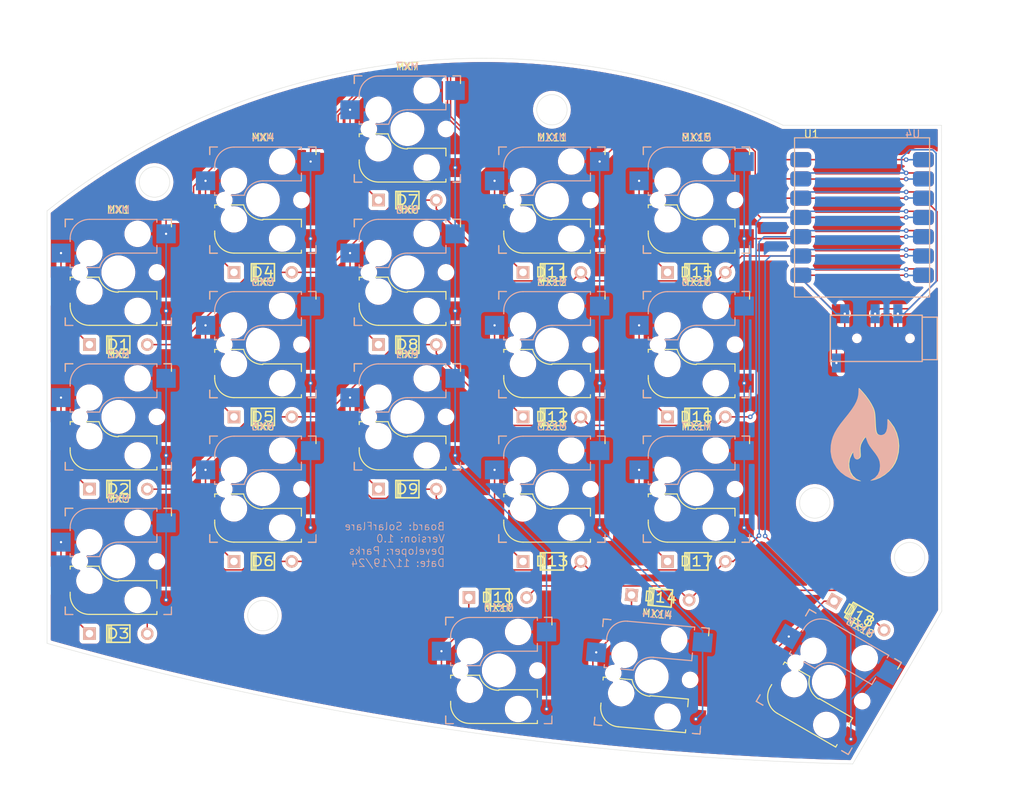
<source format=kicad_pcb>
(kicad_pcb (version 20240108) (generator "pcbnew") (generator_version "8.0")
  (layers (0 "F.Cu" signal) (31 "B.Cu" signal) (34 "B.Paste" user) (35 "F.Paste" user) (36 "B.SilkS" user "B.Silkscreen") (37 "F.SilkS" user "F.Silkscreen") (38 "B.Mask" user) (39 "F.Mask" user) (44 "Edge.Cuts" user))
  (net 0 "")
  (net 1 "Net-(D1-A)")
  (net 2 "/row1")
  (net 3 "Net-(D2-A)")
  (net 4 "/row0")
  (net 5 "/row2")
  (net 6 "Net-(D3-A)")
  (net 7 "Net-(D4-A)")
  (net 8 "Net-(D5-A)")
  (net 9 "Net-(D6-A)")
  (net 10 "Net-(D7-A)")
  (net 11 "Net-(D8-A)")
  (net 12 "Net-(D9-A)")
  (net 13 "Net-(D10-A)")
  (net 14 "/row3")
  (net 15 "Net-(D11-A)")
  (net 16 "Net-(D12-A)")
  (net 17 "Net-(D13-A)")
  (net 18 "Net-(D14-A)")
  (net 19 "Net-(D15-A)")
  (net 20 "Net-(D16-A)")
  (net 21 "Net-(D17-A)")
  (net 22 "Net-(D18-A)")
  (net 23 "/col4")
  (net 24 "/col3")
  (net 25 "/col2")
  (net 26 "/col1")
  (net 27 "/col0")
  (net 28 "/rx")
  (net 29 "GND")
  (net 30 "/tx")
  (net 31 "unconnected-(U1-5V-Pad14)")
  (net 32 "+3.3V")
  (footprint "Keebio-Parts:Diode" (layer "F.Cu") (at 38.1 104.775 180)
    (property "Reference" "D3")
    (property "Value" "D_Small" (hide yes))
  )
  (footprint "keyswitches:Kailh_socket_MX_reversible" (layer "F.Cu") (at 38.1 95.25)
    (property "Reference" "MX3")
    (property "Value" "MX-NoLED")
  )
  (footprint "Keebio-Parts:Diode" (layer "F.Cu") (at 57.15 57.15 180)
    (property "Reference" "D4")
    (property "Value" "D_Small" (hide yes))
  )
  (footprint "keyswitches:Kailh_socket_MX_reversible" (layer "F.Cu") (at 76.2 38.25875)
    (property "Reference" "MX7")
    (property "Value" "MX-NoLED")
  )
  (footprint "keyswitches:Kailh_socket_MX_reversible" (layer "F.Cu") (at 131.75 111.135 -30)
    (property "Reference" "MX18")
    (property "Value" "MX-NoLED")
  )
  (footprint "keyswitches:Kailh_socket_MX_reversible" (layer "F.Cu") (at 95.25 85.725)
    (property "Reference" "MX13")
    (property "Value" "MX-NoLED")
  )
  (footprint "keyswitches:Kailh_socket_MX_reversible" (layer "F.Cu") (at 76.2 76.2)
    (property "Reference" "MX9")
    (property "Value" "MX-NoLED")
  )
  (footprint "keyswitches:Kailh_socket_MX_reversible" (layer "F.Cu") (at 38.1 76.2)
    (property "Reference" "MX2")
    (property "Value" "MX-NoLED")
  )
  (footprint "keyswitches:Kailh_socket_MX_reversible" (layer "F.Cu") (at 76.2 57.15)
    (property "Reference" "MX8")
    (property "Value" "MX-NoLED")
  )
  (footprint "Keebio-Parts:Diode" (layer "F.Cu") (at 95.25 57.15 180)
    (property "Reference" "D11")
    (property "Value" "D_Small" (hide yes))
  )
  (footprint "keyswitches:Kailh_socket_MX_reversible" (layer "F.Cu") (at 114.3 85.725)
    (property "Reference" "MX17")
    (property "Value" "MX-NoLED")
  )
  (footprint "keyswitches:Kailh_socket_MX_reversible" (layer "F.Cu") (at 114.3 66.675)
    (property "Reference" "MX16")
    (property "Value" "MX-NoLED")
  )
  (footprint "keyswitches:Kailh_socket_MX_reversible" (layer "F.Cu") (at 57.15 66.675)
    (property "Reference" "MX5")
    (property "Value" "MX-NoLED")
  )
  (footprint "Keebio-Parts:Diode" (layer "F.Cu") (at 38.1 66.675 180)
    (property "Reference" "D1")
    (property "Value" "D_Small" (hide yes))
  )
  (footprint "Keebio-Parts:Diode" (layer "F.Cu") (at 114.3 57.15 180)
    (property "Reference" "D15")
    (property "Value" "D_Small" (hide yes))
  )
  (footprint "keyswitches:Kailh_socket_MX_reversible" (layer "F.Cu") (at 88.25 109.625)
    (property "Reference" "MX10")
    (property "Value" "MX-NoLED")
  )
  (footprint "keyswitches:Kailh_socket_MX_reversible" (layer "F.Cu") (at 114.3 47.625)
    (property "Reference" "MX15")
    (property "Value" "MX-NoLED")
  )
  (footprint "Keebio-Parts:Diode" (layer "F.Cu") (at 76.2 47.625 180)
    (property "Reference" "D7")
    (property "Value" "D_Small" (hide yes))
  )
  (footprint "images:flame" (layer "F.Cu") (at 136.5 78.6)
    (property "Reference" "G***" (hide yes))
    (property "Value" "LOGO" (hide yes))
  )
  (footprint "XIAO_PCB:MOUDLE14P-SMD-2.54-21X17.8MM" (layer "F.Cu") (at 127.215 60.41125)
    (property "Reference" "U1")
    (property "Value" "MOUDLE-SEEEDUINO-XIAO")
  )
  (footprint "Keebio-Parts:Diode" (layer "F.Cu") (at 95.25 76.2 180)
    (property "Reference" "D12")
    (property "Value" "D_Small" (hide yes))
  )
  (footprint "keyswitches:Kailh_socket_MX_reversible" (layer "F.Cu") (at 95.25 47.625)
    (property "Reference" "MX11")
    (property "Value" "MX-NoLED")
  )
  (footprint "Keebio-Parts:Diode" (layer "F.Cu") (at 95.25 95.25 180)
    (property "Reference" "D13")
    (property "Value" "D_Small" (hide yes))
  )
  (footprint "Keebio-Parts:TRRS-PJ-320D" (layer "F.Cu") (at 144.05 65.85 -90)
    (property "Reference" "U3")
    (property "Value" "TRRS")
  )
  (footprint "Keebio-Parts:Diode" (layer "F.Cu") (at 109.5375 100.0125 175)
    (property "Reference" "D14")
    (property "Value" "D_Small" (hide yes))
  )
  (footprint "keyswitches:Kailh_socket_MX_reversible" (layer "F.Cu") (at 38.1 57.15)
    (property "Reference" "MX1")
    (property "Value" "MX-NoLED")
  )
  (footprint "keyswitches:Kailh_socket_MX_reversible" (layer "F.Cu") (at 57.15 47.625)
    (property "Reference" "MX4")
    (property "Value" "MX-NoLED")
  )
  (footprint "Keebio-Parts:Diode" (layer "F.Cu") (at 57.15 95.25 180)
    (property "Reference" "D6")
    (property "Value" "D_Small" (hide yes))
  )
  (footprint "keyswitches:Kailh_socket_MX_reversible" (layer "F.Cu") (at 108.4 110.425 -5)
    (property "Reference" "MX14")
    (property "Value" "MX-NoLED")
  )
  (footprint "Keebio-Parts:Diode" (layer "F.Cu") (at 38.1 85.725 180)
    (property "Reference" "D2")
    (property "Value" "D_Small" (hide yes))
  )
  (footprint "keyswitches:Kailh_socket_MX_reversible" (layer "F.Cu") (at 57.15 85.725)
    (property "Reference" "MX6")
    (property "Value" "MX-NoLED")
  )
  (footprint "Keebio-Parts:Diode" (layer "F.Cu") (at 135.73125 102.39375 150)
    (property "Reference" "D18")
    (property "Value" "D_Small" (hide yes))
  )
  (footprint "Keebio-Parts:Diode" (layer "F.Cu") (at 88.10625 100.0125 180)
    (property "Reference" "D10")
    (property "Value" "D_Small" (hide yes))
  )
  (footprint "keyswitches:Kailh_socket_MX_reversible" (layer "F.Cu") (at 95.25 66.675)
    (property "Reference" "MX12")
    (property "Value" "MX-NoLED")
  )
  (footprint "Keebio-Parts:Diode" (layer "F.Cu") (at 76.2 85.725 180)
    (property "Reference" "D9")
    (property "Value" "D_Small" (hide yes))
  )
  (footprint "Keebio-Parts:Diode" (layer "F.Cu") (at 114.3 76.2 180)
    (property "Reference" "D16")
    (property "Value" "D_Small" (hide yes))
  )
  (footprint "Keebio-Parts:Diode" (layer "F.Cu") (at 76.2 66.675 180)
    (property "Reference" "D8")
    (property "Value" "D_Small" (hide yes))
  )
  (footprint "Keebio-Parts:Diode" (layer "F.Cu") (at 57.15 76.2 180)
    (property "Reference" "D5")
    (property "Value" "D_Small" (hide yes))
  )
  (footprint "Keebio-Parts:Diode" (layer "F.Cu") (at 114.3 95.25 180)
    (property "Reference" "D17")
    (property "Value" "D_Small" (hide yes))
  )
  (footprint "Keebio-Parts:TRRS-PJ-320D" (layer "B.Cu") (at 144.05 65.85 90)
    (property "Reference" "U2")
    (property "Value" "TRRS")
  )
  (footprint "XIAO_PCB:MOUDLE14P-SMD-2.54-21X17.8MM" (layer "B.Cu") (at 145.05 60.41125 180)
    (property "Reference" "U4")
    (property "Value" "MOUDLE-SEEEDUINO-XIAO")
  )
  (footprint "images:flameFlipped" (layer "B.Cu") (at 136.5 78.6 180)
    (property "Reference" "G***" (hide yes))
    (property "Value" "LOGO" (hide yes))
  )
  (gr_arc (start 134.9 121.95) (mid 81.302161 117.325182) (end 28.7 106.05) (stroke (width 0.05)) (layer "Edge.Cuts"))
  (gr_line (start 146.65 101.8) (end 134.9 121.95) (stroke (width 0.05)) (layer "Edge.Cuts"))
  (gr_circle (center 142.4 94.75) (end 144.4 94.75) (stroke (width 0.05)) (fill none) (layer "Edge.Cuts"))
  (gr_line (start 125.7 37.75) (end 146.6 37.75) (stroke (width 0.05)) (layer "Edge.Cuts"))
  (gr_line (start 28.7 106.05) (end 28.7 49.05) (stroke (width 0.05)) (layer "Edge.Cuts"))
  (gr_arc (start 28.7 49.05) (mid 75.586724 29.551547) (end 125.7 37.75) (stroke (width 0.05)) (layer "Edge.Cuts"))
  (gr_circle (center 129.9 87.55) (end 131.9 87.55) (stroke (width 0.05)) (fill none) (layer "Edge.Cuts"))
  (gr_circle (center 95.25 35.71875) (end 97.25 35.71875) (stroke (width 0.05)) (fill none) (layer "Edge.Cuts"))
  (gr_line (start 146.6 37.75) (end 146.65 101.8) (stroke (width 0.05)) (layer "Edge.Cuts"))
  (gr_circle (center 42.8625 45.24375) (end 44.8625 45.24375) (stroke (width 0.05)) (fill none) (layer "Edge.Cuts"))
  (gr_circle (center 57.15 102.39375) (end 59.15 102.39375) (stroke (width 0.05)) (fill none) (layer "Edge.Cuts"))
  (gr_text "Board: SolarFlare\nVersion: 1.0\nDeveloper: Parks\nDate: 11/19/24" (at 81.2 96.05 0) (layer "B.SilkS") (effects (font (size 1 1) (thickness 0.1)) (justify left bottom mirror)))
  (segment (start 30.54 59.69) (end 30.54 54.61) (width 0.2) (layer "F.Cu") (net 1))
  (segment (start 30.54 62.925) (end 34.29 66.675) (width 0.2) (layer "F.Cu") (net 1))
  (segment (start 30.54 59.69) (end 30.54 62.925) (width 0.2) (layer "F.Cu") (net 1))
  (via (at 30.54 54.61) (size 0.6) (drill 0.3) (layers "F.Cu" "B.Cu") (net 1))
  (segment (start 89.493067 77.3255) (end 97.9345 77.3255) (width 0.2) (layer "F.Cu") (net 2))
  (segment (start 80.01 67.842433) (end 89.493067 77.3255) (width 0.2) (layer "F.Cu") (net 2))
  (segment (start 143.81375 49.91125) (end 143.002497 49.099997) (width 0.2) (layer "F.Cu") (net 2))
  (segment (start 143.002497 49.099997) (end 141.93875 49.099997) (width 0.2) (layer "F.Cu") (net 2))
  (segment (start 97.9345 77.3255) (end 99.06 76.2) (width 0.2) (layer "F.Cu") (net 2))
  (segment (start 74.641 66.675) (end 80.01 66.675) (width 0.2) (layer "F.Cu") (net 2))
  (segment (start 99.06 76.2) (end 100.1855 77.3255) (width 0.2) (layer "F.Cu") (net 2))
  (segment (start 65.116 76.2) (end 74.641 66.675) (width 0.2) (layer "F.Cu") (net 2))
  (segment (start 41.91 85.725) (end 46.0405 85.725) (width 0.2) (layer "F.Cu") (net 2))
  (segment (start 116.9845 77.3255) (end 118.11 76.2) (width 0.2) (layer "F.Cu") (net 2))
  (segment (start 46.0405 85.725) (end 55.5655 76.2) (width 0.2) (layer "F.Cu") (net 2))
  (segment (start 121.4 76.2) (end 118.11 76.2) (width 0.2) (layer "F.Cu") (net 2))
  (segment (start 100.1855 77.3255) (end 116.9845 77.3255) (width 0.2) (layer "F.Cu") (net 2))
  (segment (start 60.96 76.2) (end 65.116 76.2) (width 0.2) (layer "F.Cu") (net 2))
  (segment (start 55.5655 76.2) (end 60.96 76.2) (width 0.2) (layer "F.Cu") (net 2))
  (segment (start 80.01 66.675) (end 80.01 67.842433) (width 0.2) (layer "F.Cu") (net 2))
  (via (at 141.93875 49.099997) (size 0.6) (drill 0.3) (layers "F.Cu" "B.Cu") (net 2))
  (via (at 121.4 76.2) (size 0.6) (drill 0.3) (layers "F.Cu" "B.Cu") (net 2))
  (segment (start 141.93875 49.099997) (end 128.460003 49.099997) (width 0.2) (layer "B.Cu") (net 2))
  (segment (start 127.64875 49.91125) (end 122.88875 49.91125) (width 0.2) (layer "B.Cu") (net 2))
  (segment (start 122.165 50.665) (end 122.165 75.435) (width 0.2) (layer "B.Cu") (net 2))
  (segment (start 128.460003 49.099997) (end 127.64875 49.91125) (width 0.2) (layer "B.Cu") (net 2))
  (segment (start 122.15 50.65) (end 122.165 50.665) (width 0.2) (layer "B.Cu") (net 2))
  (segment (start 122.165 75.435) (end 121.4 76.2) (width 0.2) (layer "B.Cu") (net 2))
  (segment (start 122.88875 49.91125) (end 122.15 50.65) (width 0.2) (layer "B.Cu") (net 2))
  (segment (start 30.54 78.74) (end 30.54 73.66) (width 0.2) (layer "F.Cu") (net 3))
  (segment (start 30.54 81.975) (end 34.29 85.725) (width 0.2) (layer "F.Cu") (net 3))
  (segment (start 30.54 78.74) (end 30.54 81.975) (width 0.2) (layer "F.Cu") (net 3))
  (via (at 30.54 73.66) (size 0.6) (drill 0.3) (layers "F.Cu" "B.Cu") (net 3))
  (segment (start 65.251471 57.15) (end 74.776471 47.625) (width 0.2) (layer "F.Cu") (net 4))
  (segment (start 80.01 48.792433) (end 89.493067 58.2755) (width 0.2) (layer "F.Cu") (net 4))
  (segment (start 127.64875 54.99125) (end 120.26875 54.99125) (width 0.2) (layer "F.Cu") (net 4))
  (segment (start 99.06 57.15) (end 100.1855 58.2755) (width 0.2) (layer "F.Cu") (net 4))
  (segment (start 74.776471 47.625) (end 80.01 47.625) (width 0.2) (layer "F.Cu") (net 4))
  (segment (start 55.591 57.15) (end 60.96 57.15) (width 0.2) (layer "F.Cu") (net 4))
  (segment (start 46.066 66.675) (end 55.591 57.15) (width 0.2) (layer "F.Cu") (net 4))
  (segment (start 100.1855 58.2755) (end 116.9845 58.2755) (width 0.2) (layer "F.Cu") (net 4))
  (segment (start 97.9345 58.2755) (end 99.06 57.15) (width 0.2) (layer "F.Cu") (net 4))
  (segment (start 116.9845 58.2755) (end 118.11 57.15) (width 0.2) (layer "F.Cu") (net 4))
  (segment (start 141.8975 54.99125) (end 141.93875 54.95) (width 0.2) (layer "F.Cu") (net 4))
  (segment (start 89.493067 58.2755) (end 97.9345 58.2755) (width 0.2) (layer "F.Cu") (net 4))
  (segment (start 60.96 57.15) (end 65.251471 57.15) (width 0.2) (layer "F.Cu") (net 4))
  (segment (start 120.26875 54.99125) (end 118.11 57.15) (width 0.2) (layer "F.Cu") (net 4))
  (segment (start 80.01 47.625) (end 80.01 48.792433) (width 0.2) (layer "F.Cu") (net 4))
  (segment (start 127.64875 54.99125) (end 141.8975 54.99125) (width 0.2) (layer "F.Cu") (net 4))
  (segment (start 41.91 66.675) (end 46.066 66.675) (width 0.2) (layer "F.Cu") (net 4))
  (via (at 141.93875 54.95) (size 0.6) (drill 0.3) (layers "F.Cu" "B.Cu") (net 4))
  (segment (start 141.93875 54.95) (end 143.7725 54.95) (width 0.2) (layer "B.Cu") (net 4))
  (segment (start 143.7725 54.95) (end 143.81375 54.99125) (width 0.2) (layer "B.Cu") (net 4))
  (segment (start 143.81375 52.45125) (end 143.012639 51.650139) (width 0.2) (layer "F.Cu") (net 5))
  (segment (start 52.1755 96.3755) (end 51 95.2) (width 0.2) (layer "F.Cu") (net 5))
  (segment (start 119.15 95.25) (end 118.11 95.25) (width 0.2) (layer "F.Cu") (net 5))
  (segment (start 45.965 95.265) (end 45.965 101.88) (width 0.2) (layer "F.Cu") (net 5))
  (segment (start 65.1 92.55) (end 65.1 85.7) (width 0.2) (layer "F.Cu") (net 5))
  (segment (start 71.5 86.95) (end 73.416 86.95) (width 0.2) (layer "F.Cu") (net 5))
  (segment (start 51 95.2) (end 45.9 95.2) (width 0.2) (layer "F.Cu") (net 5))
  (segment (start 60.96 95.25) (end 65.116 95.25) (width 0.2) (layer "F.Cu") (net 5))
  (segment (start 70.25 85.7) (end 71.5 86.95) (width 0.2) (layer "F.Cu") (net 5))
  (segment (start 54.4655 96.3755) (end 52.1755 96.3755) (width 0.2) (layer "F.Cu") (net 5))
  (segment (start 45.965 101.88) (end 45.345 102.5) (width 0.2) (layer "F.Cu") (net 5))
  (segment (start 97.9345 96.3755) (end 99.06 95.25) (width 0.2) (layer "F.Cu") (net 5))
  (segment (start 74.641 85.725) (end 80.01 85.725) (width 0.2) (layer "F.Cu") (net 5))
  (segment (start 41.95 102.5) (end 41.91 102.54) (width 0.2) (layer "F.Cu") (net 5))
  (segment (start 100.1855 96.3755) (end 116.9845 96.3755) (width 0.2) (layer "F.Cu") (net 5))
  (segment (start 65.116 95.25) (end 65.116 92.566) (width 0.2) (layer "F.Cu") (net 5))
  (segment (start 45.9 95.2) (end 45.965 95.265) (width 0.2) (layer "F.Cu") (net 5))
  (segment (start 122.55 91.85) (end 119.15 95.25) (width 0.2) (layer "F.Cu") (net 5))
  (segment (start 80.01 86.892433) (end 89.493067 96.3755) (width 0.2) (layer "F.Cu") (net 5))
  (segment (start 45.345 102.5) (end 41.95 102.5) (width 0.2) (layer "F.Cu") (net 5))
  (segment (start 55.591 95.25) (end 54.4655 96.3755) (width 0.2) (layer "F.Cu") (net 5))
  (segment (start 65.1 85.7) (end 70.25 85.7) (width 0.2) (layer "F.Cu") (net 5))
  (segment (start 116.9845 96.3755) (end 118.11 95.25) (width 0.2) (layer "F.Cu") (net 5))
  (segment (start 65.116 92.566) (end 65.1 92.55) (width 0.2) (layer "F.Cu") (net 5))
  (segment (start 73.416 86.95) (end 74.641 85.725) (width 0.2) (layer "F.Cu") (net 5))
  (segment (start 89.493067 96.3755) (end 97.9345 96.3755) (width 0.2) (layer "F.Cu") (net 5))
  (segment (start 80.01 85.725) (end 80.01 86.892433) (width 0.2) (layer "F.Cu") (net 5))
  (segment (start 60.96 95.25) (end 55.591 95.25) (width 0.2) (layer "F.Cu") (net 5))
  (segment (start 143.012639 51.650139) (end 141.953748 51.650139) (width 0.2) (layer "F.Cu") (net 5))
  (segment (start 99.06 95.25) (end 100.1855 96.3755) (width 0.2) (layer "F.Cu") (net 5))
  (segment (start 41.91 102.54) (end 41.91 104.775) (width 0.2) (layer "F.Cu") (net 5))
  (via (at 122.55 91.85) (size 0.6) (drill 0.3) (layers "F.Cu" "B.Cu") (net 5))
  (via (at 141.953748 51.650139) (size 0.6) (drill 0.3) (layers "F.Cu" "B.Cu") (net 5))
  (segment (start 122.565 91.835) (end 122.55 91.85) (width 0.2) (layer "B.Cu") (net 5))
  (segment (start 141.953748 51.650139) (end 128.449861 51.650139) (width 0.2) (layer "B.Cu") (net 5))
  (segment (start 127.64875 52.45125) (end 123.21375 52.45125) (width 0.2) (layer "B.Cu") (net 5))
  (segment (start 128.449861 51.650139) (end 127.64875 52.45125) (width 0.2) (layer "B.Cu") (net 5))
  (segment (start 123.21375 52.45125) (end 122.565 53.1) (width 0.2) (layer "B.Cu") (net 5))
  (segment (start 122.565 53.1) (end 122.565 91.835) (width 0.2) (layer "B.Cu") (net 5))
  (segment (start 30.54 101.025) (end 34.29 104.775) (width 0.2) (layer "F.Cu") (net 6))
  (segment (start 30.54 97.79) (end 30.54 92.71) (width 0.2) (layer "F.Cu") (net 6))
  (segment (start 30.54 97.79) (end 30.54 101.025) (width 0.2) (layer "F.Cu") (net 6))
  (via (at 30.54 92.71) (size 0.6) (drill 0.3) (layers "F.Cu" "B.Cu") (net 6))
  (segment (start 49.59 50.165) (end 49.59 45.085) (width 0.2) (layer "F.Cu") (net 7))
  (segment (start 49.59 50.165) (end 49.59 53.4) (width 0.2) (layer "F.Cu") (net 7))
  (segment (start 49.59 53.4) (end 53.34 57.15) (width 0.2) (layer "F.Cu") (net 7))
  (via (at 49.59 45.085) (size 0.6) (drill 0.3) (layers "F.Cu" "B.Cu") (net 7))
  (segment (start 49.59 72.45) (end 53.34 76.2) (width 0.2) (layer "F.Cu") (net 8))
  (segment (start 49.59 69.215) (end 49.59 64.135) (width 0.2) (layer "F.Cu") (net 8))
  (segment (start 49.59 69.215) (end 49.59 72.45) (width 0.2) (layer "F.Cu") (net 8))
  (via (at 49.59 64.135) (size 0.6) (drill 0.3) (layers "F.Cu" "B.Cu") (net 8))
  (segment (start 49.59 88.265) (end 49.59 91.5) (width 0.2) (layer "F.Cu") (net 9))
  (segment (start 49.59 88.265) (end 49.59 83.185) (width 0.2) (layer "F.Cu") (net 9))
  (segment (start 49.59 91.5) (end 53.34 95.25) (width 0.2) (layer "F.Cu") (net 9))
  (via (at 49.59 83.185) (size 0.6) (drill 0.3) (layers "F.Cu" "B.Cu") (net 9))
  (segment (start 68.64 40.79875) (end 68.64 43.875) (width 0.2) (layer "F.Cu") (net 10))
  (segment (start 68.64 43.875) (end 72.39 47.625) (width 0.2) (layer "F.Cu") (net 10))
  (segment (start 68.64 40.79875) (end 68.64 35.71875) (width 0.2) (layer "F.Cu") (net 10))
  (via (at 68.64 35.71875) (size 0.6) (drill 0.3) (layers "F.Cu" "B.Cu") (net 10))
  (segment (start 68.64 59.69) (end 68.64 54.61) (width 0.2) (layer "F.Cu") (net 11))
  (segment (start 68.64 59.69) (end 68.64 62.925) (width 0.2) (layer "F.Cu") (net 11))
  (segment (start 68.64 62.925) (end 72.39 66.675) (width 0.2) (layer "F.Cu") (net 11))
  (via (at 68.64 54.61) (size 0.6) (drill 0.3) (layers "F.Cu" "B.Cu") (net 11))
  (segment (start 68.64 78.74) (end 68.64 73.66) (width 0.2) (layer "F.Cu") (net 12))
  (segment (start 68.64 78.74) (end 68.64 81.975) (width 0.2) (layer "F.Cu") (net 12))
  (segment (start 68.64 81.975) (end 72.39 85.725) (width 0.2) (layer "F.Cu") (net 12))
  (via (at 68.64 73.66) (size 0.6) (drill 0.3) (layers "F.Cu" "B.Cu") (net 12))
  (segment (start 80.69 112.165) (end 80.69 107.085) (width 0.2) (layer "F.Cu") (net 13))
  (segment (start 84.29625 100.0125) (end 84.29625 103.47875) (width 0.2) (layer "F.Cu") (net 13))
  (segment (start 84.29625 103.47875) (end 80.69 107.085) (width 0.2) (layer "F.Cu") (net 13))
  (via (at 80.69 107.085) (size 0.6) (drill 0.3) (layers "F.Cu" "B.Cu") (net 13))
  (segment (start 93.44262 98.48613) (end 91.91625 100.0125) (width 0.2) (layer "F.Cu") (net 14))
  (segment (start 130.511096 99.061096) (end 123.35 91.9) (width 0.2) (layer "F.Cu") (net 14))
  (segment (start 141.948377 54.150055) (end 142.972555 54.150055) (width 0.2) (layer "F.Cu") (net 14))
  (segment (start 111.474568 98.48613) (end 93.44262 98.48613) (width 0.2) (layer "F.Cu") (net 14))
  (segment (start 114.61647 99.061096) (end 113.333002 100.344564) (width 0.2) (layer "F.Cu") (net 14))
  (segment (start 113.333002 100.344564) (end 111.474568 98.48613) (width 0.2) (layer "F.Cu") (net 14))
  (segment (start 142.972555 54.150055) (end 143.81375 54.99125) (width 0.2) (layer "F.Cu") (net 14))
  (segment (start 133.793153 99.061096) (end 114.61647 99.061096) (width 0.2) (layer "F.Cu") (net 14))
  (segment (start 133.793153 99.061096) (end 130.511096 99.061096) (width 0.2) (layer "F.Cu") (net 14))
  (segment (start 139.030807 104.29875) (end 133.793153 99.061096) (width 0.2) (layer "F.Cu") (net 14))
  (via (at 141.948377 54.150055) (size 0.6) (drill 0.3) (layers "F.Cu" "B.Cu") (net 14))
  (via (at 123.35 91.9) (size 0.6) (drill 0.3) (layers "F.Cu" "B.Cu") (net 14))
  (segment (start 124.05875 54.99125) (end 127.64875 54.99125) (width 0.2) (layer "B.Cu") (net 14))
  (segment (start 123.35 55.7) (end 124.05875 54.99125) (width 0.2) (layer "B.Cu") (net 14))
  (segment (start 128.489945 54.150055) (end 127.64875 54.99125) (width 0.2) (layer "B.Cu") (net 14))
  (segment (start 141.948377 54.150055) (end 128.489945 54.150055) (width 0.2) (layer "B.Cu") (net 14))
  (segment (start 123.35 91.9) (end 123.35 55.7) (width 0.2) (layer "B.Cu") (net 14))
  (segment (start 87.69 53.4) (end 91.44 57.15) (width 0.2) (layer "F.Cu") (net 15))
  (segment (start 87.69 50.165) (end 87.69 45.085) (width 0.2) (layer "F.Cu") (net 15))
  (segment (start 87.69 50.165) (end 87.69 53.4) (width 0.2) (layer "F.Cu") (net 15))
  (via (at 87.69 45.085) (size 0.6) (drill 0.3) (layers "F.Cu" "B.Cu") (net 15))
  (segment (start 87.69 72.45) (end 91.44 76.2) (width 0.2) (layer "F.Cu") (net 16))
  (segment (start 87.69 69.215) (end 87.69 64.135) (width 0.2) (layer "F.Cu") (net 16))
  (segment (start 87.69 69.215) (end 87.69 72.45) (width 0.2) (layer "F.Cu") (net 16))
  (via (at 87.69 64.135) (size 0.6) (drill 0.3) (layers "F.Cu" "B.Cu") (net 16))
  (segment (start 87.69 88.265) (end 87.69 91.5) (width 0.2) (layer "F.Cu") (net 17))
  (segment (start 87.69 88.265) (end 87.69 83.185) (width 0.2) (layer "F.Cu") (net 17))
  (segment (start 87.69 91.5) (end 91.44 95.25) (width 0.2) (layer "F.Cu") (net 17))
  (via (at 87.69 83.185) (size 0.6) (drill 0.3) (layers "F.Cu" "B.Cu") (net 17))
  (segment (start 105.741998 99.680436) (end 105.741998 102.583914) (width 0.2) (layer "F.Cu") (net 18))
  (segment (start 100.647392 112.296437) (end 100.647392 107.67852) (width 0.2) (layer "F.Cu") (net 18))
  (segment (start 100.647392 107.67852) (end 101.090144 107.235768) (width 0.2) (layer "F.Cu") (net 18))
  (segment (start 105.741998 102.583914) (end 101.090144 107.235768) (width 0.2) (layer "F.Cu") (net 18))
  (via (at 101.090144 107.235768) (size 0.6) (drill 0.3) (layers "F.Cu" "B.Cu") (net 18))
  (segment (start 106.74 50.165) (end 106.74 45.085) (width 0.2) (layer "F.Cu") (net 19))
  (segment (start 106.74 50.165) (end 106.74 53.4) (width 0.2) (layer "F.Cu") (net 19))
  (segment (start 106.74 53.4) (end 110.49 57.15) (width 0.2) (layer "F.Cu") (net 19))
  (via (at 106.74 45.085) (size 0.6) (drill 0.3) (layers "F.Cu" "B.Cu") (net 19))
  (segment (start 106.74 69.215) (end 106.74 64.135) (width 0.2) (layer "F.Cu") (net 20))
  (segment (start 106.74 72.45) (end 110.49 76.2) (width 0.2) (layer "F.Cu") (net 20))
  (segment (start 106.74 69.215) (end 106.74 72.45) (width 0.2) (layer "F.Cu") (net 20))
  (via (at 106.74 64.135) (size 0.6) (drill 0.3) (layers "F.Cu" "B.Cu") (net 20))
  (segment (start 106.74 91.5) (end 110.49 95.25) (width 0.2) (layer "F.Cu") (net 21))
  (segment (start 106.74 88.265) (end 106.74 91.5) (width 0.2) (layer "F.Cu") (net 21))
  (segment (start 106.74 88.265) (end 106.74 83.185) (width 0.2) (layer "F.Cu") (net 21))
  (via (at 106.74 83.185) (size 0.6) (drill 0.3) (layers "F.Cu" "B.Cu") (net 21))
  (segment (start 123.932848 107.695295) (end 126.472848 105.155295) (width 0.2) (layer "F.Cu") (net 22))
  (segment (start 131.139393 100.48875) (end 132.431693 100.48875) (width 0.2) (layer "F.Cu") (net 22))
  (segment (start 126.472848 105.155295) (end 131.139393 100.48875) (width 0.2) (layer "F.Cu") (net 22))
  (segment (start 123.932848 109.554705) (end 123.932848 107.695295) (width 0.2) (layer "F.Cu") (net 22))
  (via (at 126.472848 105.155295) (size 0.6) (drill 0.3) (layers "F.Cu" "B.Cu") (net 22))
  (segment (start 84.335265 39.05) (end 89.9 39.05) (width 0.2) (layer "F.Cu") (net 23))
  (segment (start 72.015786 30.92875) (end 81.654214 30.92875) (width 0.2) (layer "F.Cu") (net 23))
  (segment (start 66.65 36.294536) (end 72.015786 30.92875) (width 0.2) (layer "F.Cu") (net 23))
  (segment (start 66.665 40.4) (end 66.665 38.165) (width 0.2) (layer "F.Cu") (net 23))
  (segment (start 66.665 38.165) (end 66.65 38.15) (width 0.2) (layer "F.Cu") (net 23))
  (segment (start 53.426471 40.4) (end 66.665 40.4) (width 0.2) (layer "F.Cu") (net 23))
  (segment (start 121.547058 39.05) (end 89.775465 39.05) (width 0.2) (layer "F.Cu") (net 23))
  (segment (start 123.25 40.752942) (end 121.547058 39.05) (width 0.2) (layer "F.Cu") (net 23))
  (segment (start 127.64875 42.29125) (end 141.93 42.29125) (width 0.2) (layer "F.Cu") (net 23))
  (segment (start 44.39 50.16) (end 44.5 50.05) (width 0.2) (layer "F.Cu") (net 23))
  (segment (start 124.04125 42.29125) (end 123.25 41.5) (width 0.2) (layer "F.Cu") (net 23))
  (segment (start 81.654214 30.92875) (end 81.888529 31.163065) (width 0.2) (layer "F.Cu") (net 23))
  (segment (start 44.5 50.05) (end 47.85 50.05) (width 0.2) (layer "F.Cu") (net 23))
  (segment (start 66.65 38.15) (end 66.65 36.294536) (width 0.2) (layer "F.Cu") (net 23))
  (segment (start 44.39 52.07) (end 44.39 50.16) (width 0.2) (layer "F.Cu") (net 23))
  (segment (start 141.93 42.29125) (end 141.93875 42.3) (width 0.2) (layer "F.Cu") (net 23))
  (segment (start 123.25 41.5) (end 123.25 40.752942) (width 0.2) (layer "F.Cu") (net 23))
  (segment (start 81.888529 36.603264) (end 84.335265 39.05) (width 0.2) (layer "F.Cu") (net 23))
  (segment (start 47.85 50.05) (end 48.015 49.885) (width 0.2) (layer "F.Cu") (net 23))
  (segment (start 48.015 49.885) (end 48.015 45.811471) (width 0.2) (layer "F.Cu") (net 23))
  (segment (start 127.64875 42.29125) (end 124.04125 42.29125) (width 0.2) (layer "F.Cu") (net 23))
  (segment (start 48.015 45.811471) (end 53.426471 40.4) (width 0.2) (layer "F.Cu") (net 23))
  (segment (start 81.888529 31.163065) (end 81.888529 36.603264) (width 0.2) (layer "F.Cu") (net 23))
  (via (at 44.39 100.33) (size 0.6) (drill 0.3) (layers "F.Cu" "B.Cu") (net 23))
  (via (at 44.39 81.28) (size 0.6) (drill 0.3) (layers "F.Cu" "B.Cu") (net 23))
  (via (at 44.39 52.07) (size 0.6) (drill 0.3) (layers "F.Cu" "B.Cu") (net 23))
  (via (at 141.93875 42.3) (size 0.6) (drill 0.3) (layers "F.Cu" "B.Cu") (net 23))
  (via (at 44.39 62.23) (size 0.6) (drill 0.3) (layers "F.Cu" "B.Cu") (net 23))
  (segment (start 44.39 52.07) (end 44.39 62.23) (width 0.2) (layer "B.Cu") (net 23))
  (segment (start 44.39 71.12) (end 44.39 81.28) (width 0.2) (layer "B.Cu") (net 23))
  (segment (start 44.39 81.28) (end 44.39 90.17) (width 0.2) (layer "B.Cu") (net 23))
  (segment (start 141.93875 42.3) (end 143.805 42.3) (width 0.2) (layer "B.Cu") (net 23))
  (segment (start 143.805 42.3) (end 143.81375 42.29125) (width 0.2) (layer "B.Cu") (net 23))
  (segment (start 44.39 62.23) (end 44.39 71.12) (width 0.2) (layer "B.Cu") (net 23))
  (segment (start 44.39 90.17) (end 44.39 100.33) (width 0.2) (layer "B.Cu") (net 23))
  (segment (start 122.85 40.918628) (end 122.85 44.1) (width 0.2) (layer "F.Cu") (net 24))
  (segment (start 67.065 40.65) (end 67.065 36.445221) (width 0.2) (layer "F.Cu") (net 24))
  (segment (start 66.915 40.8) (end 63.45 40.8) (width 0.2) (layer "F.Cu") (net 24))
  (segment (start 63.44 90.805) (end 63.44 90.435) (width 0.2) (layer "F.Cu") (net 24))
  (segment (start 81.488529 36.76895) (end 84.169579 39.45) (width 0.2) (layer "F.Cu") (net 24))
  (segment (start 72.181471 31.32875) (end 81.488529 31.32875) (width 0.2) (layer "F.Cu") (net 24))
  (segment (start 67.065 36.445221) (end 72.181471 31.32875) (width 0.2) (layer "F.Cu") (net 24))
  (segment (start 81.488529 31.32875) (end 81.488529 36.76895) (width 0.2) (layer "F.Cu") (net 24))
  (segment (start 121.381372 39.45) (end 122.85 40.918628) (width 0.2) (layer "F.Cu") (net 24))
  (segment (start 122.85 44.1) (end 123.58125 44.83125) (width 0.2) (layer "F.Cu") (net 24))
  (segment (start 123.58125 44.83125) (end 127.64875 44.83125) (width 0.2) (layer "F.Cu") (net 24))
  (segment (start 84.169579 39.45) (end 121.381372 39.45) (width 0.2) (layer "F.Cu") (net 24))
  (segment (start 63.44 40.96) (end 63.44 42.545) (width 0.2) (layer "F.Cu") (net 24))
  (segment (start 127.6675 44.85) (end 141.93875 44.85) (width 0.2) (layer "F.Cu") (net 24))
  (segment (start 67.065 40.65) (end 66.915 40.8) (width 0.2) (layer "F.Cu") (net 24))
  (segment (start 63.45 40.95) (end 63.44 40.96) (width 0.2) (layer "F.Cu") (net 24))
  (segment (start 63.45 40.8) (end 63.45 40.95) (width 0.2) (layer "F.Cu") (net 24))
  (via (at 141.93875 44.85) (size 0.6) (drill 0.3) (layers "F.Cu" "B.Cu") (net 24))
  (via (at 63.44 90.805) (size 0.6) (drill 0.3) (layers "F.Cu" "B.Cu") (net 24))
  (via (at 63.44 52.705) (size 0.6) (drill 0.3) (layers "F.Cu" "B.Cu") (net 24))
  (via (at 63.44 42.545) (size 0.6) (drill 0.3) (layers "F.Cu" "B.Cu") (net 24))
  (via (at 63.44 71.755) (size 0.6) (drill 0.3) (layers "F.Cu" "B.Cu") (net 24))
  (segment (start 143.795 44.85) (end 143.81375 44.83125) (width 0.2) (layer "B.Cu") (net 24))
  (segment (start 141.93875 44.85) (end 143.795 44.85) (width 0.2) (layer "B.Cu") (net 24))
  (segment (start 63.44 52.705) (end 63.44 61.595) (width 0.2) (layer "B.Cu") (net 24))
  (segment (start 63.44 42.545) (end 63.44 52.705) (width 0.2) (layer "B.Cu") (net 24))
  (segment (start 63.44 71.755) (end 63.44 80.645) (width 0.2) (layer "B.Cu") (net 24))
  (segment (start 63.44 61.595) (end 63.44 71.755) (width 0.2) (layer "B.Cu") (net 24))
  (segment (start 63.44 80.645) (end 63.44 90.805) (width 0.2) (layer "B.Cu") (net 24))
  (segment (start 121.215686 39.85) (end 89.16125 39.85) (width 0.2) (layer "F.Cu") (net 25))
  (segment (start 127.64875 47.37125) (end 141.9175 47.37125) (width 0.2) (layer "F.Cu") (net 25))
  (segment (start 122.45 41.084314) (end 121.215686 39.85) (width 0.2) (layer "F.Cu") (net 25))
  (segment (start 127.64875 47.37125) (end 123.12125 47.37125) (width 0.2) (layer "F.Cu") (net 25))
  (segment (start 122.45 46.7) (end 122.45 41.084314) (width 0.2) (layer "F.Cu") (net 25))
  (segment (start 89.16125 39.85) (end 85.6725 43.33875) (width 0.2) (layer "F.Cu") (net 25))
  (segment (start 123.12125 47.37125) (end 122.45 46.7) (width 0.2) (layer "F.Cu") (net 25))
  (segment (start 85.6725 43.33875) (end 82.49 43.33875) (width 0.2) (layer "F.Cu") (net 25))
  (segment (start 141.9175 47.37125) (end 141.93875 47.35) (width 0.2) (layer "F.Cu") (net 25))
  (via (at 82.49 43.33875) (size 0.6) (drill 0.3) (layers "F.Cu" "B.Cu") (net 25))
  (via (at 82.49 62.23) (size 0.6) (drill 0.3) (layers "F.Cu" "B.Cu") (net 25))
  (via (at 94.54 114.705) (size 0.6) (drill 0.3) (layers "F.Cu" "B.Cu") (net 25))
  (via (at 141.93875 47.35) (size 0.6) (drill 0.3) (layers "F.Cu" "B.Cu") (net 25))
  (via (at 82.49 81.28) (size 0.6) (drill 0.3) (layers "F.Cu" "B.Cu") (net 25))
  (segment (start 141.93875 47.35) (end 143.7925 47.35) (width 0.2) (layer "B.Cu") (net 25))
  (segment (start 94.54 104.545) (end 94.54 114.705) (width 0.2) (layer "B.Cu") (net 25))
  (segment (start 143.7925 47.35) (end 143.81375 47.37125) (width 0.2) (layer "B.Cu") (net 25))
  (segment (start 82.49 71.12) (end 82.49 81.28) (width 0.2) (layer "B.Cu") (net 25))
  (segment (start 82.5 81.95) (end 82.5 81.85) (width 0.2) (layer "B.Cu") (net 25))
  (segment (start 82.49 62.23) (end 82.49 71.12) (width 0.2) (layer "B.Cu") (net 25))
  (segment (start 82.49 81.84) (end 82.49 81.28) (width 0.2) (layer "B.Cu") (net 25))
  (segment (start 82.5 81.85) (end 82.49 81.84) (width 0.2) (layer "B.Cu") (net 25))
  (segment (start 94.54 104.545) (end 94.54 93.99) (width 0.2) (layer "B.Cu") (net 25))
  (segment (start 94.54 93.99) (end 82.5 81.95) (width 0.2) (layer "B.Cu") (net 25))
  (segment (start 82.49 33.17875) (end 82.49 43.33875) (width 0.2) (layer "B.Cu") (net 25))
  (segment (start 82.49 52.07) (end 82.49 62.23) (width 0.2) (layer "B.Cu") (net 25))
  (segment (start 82.49 43.33875) (end 82.49 52.07) (width 0.2) (layer "B.Cu") (net 25))
  (segment (start 122.76125 49.91125) (end 122.05 49.2) (width 0.2) (layer "F.Cu") (net 26))
  (segment (start 127.64875 49.937608) (end 127.64875 49.91125) (width 0.2) (layer "F.Cu") (net 26))
  (segment (start 127.64875 49.91125) (end 141.9275 49.91125) (width 0.2) (layer "F.Cu") (net 26))
  (segment (start 122.05 49.2) (end 122.05 41.25) (width 0.2) (layer "F.Cu") (net 26))
  (segment (start 141.9275 49.91125) (end 141.93875 49.9) (width 0.2) (layer "F.Cu") (net 26))
  (segment (start 121.05 40.25) (end 103.835 40.25) (width 0.2) (layer "F.Cu") (net 26))
  (segment (start 127.64875 49.91125) (end 122.76125 49.91125) (width 0.2) (layer "F.Cu") (net 26))
  (segment (start 103.835 40.25) (end 101.54 42.545) (width 0.2) (layer "F.Cu") (net 26))
  (segment (start 122.05 41.25) (end 121.05 40.25) (width 0.2) (layer "F.Cu") (net 26))
  (via (at 101.54 42.545) (size 0.6) (drill 0.3) (layers "F.Cu" "B.Cu") (net 26))
  (via (at 141.93875 49.9) (size 0.6) (drill 0.3) (layers "F.Cu" "B.Cu") (net 26))
  (via (at 101.54 52.705) (size 0.6) (drill 0.3) (layers "F.Cu" "B.Cu") (net 26))
  (via (at 101.54 71.755) (size 0.6) (drill 0.3) (layers "F.Cu" "B.Cu") (net 26))
  (via (at 101.54 90.805) (size 0.6) (drill 0.3) (layers "F.Cu" "B.Cu") (net 26))
  (via (at 114.223313 116.033879) (size 0.6) (drill 0.3) (layers "F.Cu" "B.Cu") (net 26))
  (segment (start 141.93875 49.9) (end 143.8025 49.9) (width 0.2) (layer "B.Cu") (net 26))
  (segment (start 143.8025 49.9) (end 143.81375 49.91125) (width 0.2) (layer "B.Cu") (net 26))
  (segment (start 101.54 42.545) (end 101.54 52.705) (width 0.2) (layer "B.Cu") (net 26))
  (segment (start 115.108816 105.912541) (end 115.108816 115.148376) (width 0.2) (layer "B.Cu") (net 26))
  (segment (start 101.54 71.755) (end 101.54 80.645) (width 0.2) (layer "B.Cu") (net 26))
  (segment (start 101.54 80.645) (end 101.54 90.805) (width 0.2) (layer "B.Cu") (net 26))
  (segment (start 101.54 61.595) (end 101.54 71.755) (width 0.2) (layer "B.Cu") (net 26))
  (segment (start 101.54 52.705) (end 101.54 61.595) (width 0.2) (layer "B.Cu") (net 26))
  (segment (start 115.108816 105.912541) (end 115.108816 104.373816) (width 0.2) (layer "B.Cu") (net 26))
  (segment (start 115.108816 115.148376) (end 114.223313 116.033879) (width 0.2) (layer "B.Cu") (net 26))
  (segment (start 115.108816 104.373816) (end 101.54 90.805) (width 0.2) (layer "B.Cu") (net 26))
  (segment (start 141.9375 52.45125) (end 141.93875 52.45) (width 0.2) (layer "F.Cu") (net 27))
  (segment (start 127.395 52.705) (end 127.64875 52.45125) (width 0.2) (layer "F.Cu") (net 27))
  (segment (start 127.64875 52.45125) (end 141.9375 52.45125) (width 0.2) (layer "F.Cu") (net 27))
  (segment (start 120.59 52.705) (end 127.395 52.705) (width 0.2) (layer "F.Cu") (net 27))
  (via (at 141.93875 52.45) (size 0.6) (drill 0.3) (layers "F.Cu" "B.Cu") (net 27))
  (via (at 120.59 71.755) (size 0.6) (drill 0.3) (layers "F.Cu" "B.Cu") (net 27))
  (via (at 134.6573 118.679409) (size 0.6) (drill 0.3) (layers "F.Cu" "B.Cu") (net 27))
  (via (at 120.59 52.705) (size 0.6) (drill 0.3) (layers "F.Cu" "B.Cu") (net 27))
  (via (at 120.59 90.805) (size 0.6) (drill 0.3) (layers "F.Cu" "B.Cu") (net 27))
  (segment (start 134.71304 113.41304) (end 134.639705 113.339705) (width 0.2) (layer "B.Cu") (net 27))
  (segment (start 120.59 71.755) (end 120.59 61.595) (width 0.2) (layer "B.Cu") (net 27))
  (segment (start 134.639705 104.854705) (end 120.59 90.805) (width 0.2) (layer "B.Cu") (net 27))
  (segment (start 143.8125 52.45) (end 143.81375 52.45125) (width 0.2) (layer "B.Cu") (net 27))
  (segment (start 139.7373 109.880591) (end 138.245489 109.880591) (width 0.2) (layer "B.Cu") (net 27))
  (segment (start 134.6573 113.46878) (end 134.6573 118.679409) (width 0.2) (layer "B.Cu") (net 27))
  (segment (start 120.59 52.705) (end 120.59 42.545) (width 0.2) (layer "B.Cu") (net 27))
  (segment (start 134.71304 113.41304) (end 134.6573 113.46878) (width 0.2) (layer "B.Cu") (net 27))
  (segment (start 120.59 80.645) (end 120.59 71.755) (width 0.2) (layer "B.Cu") (net 27))
  (segment (start 138.245489 109.880591) (end 134.71304 113.41304) (width 0.2) (layer "B.Cu") (net 27))
  (segment (start 120.59 61.595) (end 120.59 52.705) (width 0.2) (layer "B.Cu") (net 27))
  (segment (start 134.639705 113.339705) (end 134.639705 104.854705) (width 0.2) (layer "B.Cu") (net 27))
  (segment (start 141.93875 52.45) (end 143.8125 52.45) (width 0.2) (layer "B.Cu") (net 27))
  (segment (start 120.59 80.645) (end 120.59 90.805) (width 0.2) (layer "B.Cu") (net 27))
  (segment (start 141.996139 56.692608) (end 141.93875 56.749997) (width 0.2) (layer "F.Cu") (net 28))
  (segment (start 133.85 69.1) (end 133.85 62.6) (width 0.2) (layer "F.Cu") (net 28))
  (segment (start 143.81375 57.53125) (end 142.975108 56.692608) (width 0.2) (layer "F.Cu") (net 28))
  (segment (start 142.975108 56.692608) (end 141.996139 56.692608) (width 0.2) (layer "F.Cu") (net 28))
  (via (at 133.85 62.6) (size 0.6) (drill 0.3) (layers "F.Cu" "B.Cu") (net 28))
  (via (at 141.93875 56.749997) (size 0.6) (drill 0.3) (layers "F.Cu" "B.Cu") (net 28))
  (segment (start 132.7175 62.6) (end 127.64875 57.53125) (width 0.2) (layer "B.Cu") (net 28))
  (segment (start 128.30625 57.53125) (end 127.64875 57.53125) (width 0.2) (layer "B.Cu") (net 28))
  (segment (start 141.93875 56.749997) (end 128.430003 56.749997) (width 0.2) (layer "B.Cu") (net 28))
  (segment (start 128.430003 56.749997) (end 127.64875 57.53125) (width 0.2) (layer "B.Cu") (net 28))
  (segment (start 133.85 62.6) (end 132.7175 62.6) (width 0.2) (layer "B.Cu") (net 28))
  (segment (start 140.85 69.1) (end 140.85 62.6) (width 0.2) (layer "F.Cu") (net 29))
  (segment (start 143.032497 44.049997) (end 141.93875 44.049997) (width 0.2) (layer "F.Cu") (net 29))
  (segment (start 143.81375 44.83125) (end 143.032497 44.049997) (width 0.2) (layer "F.Cu") (net 29))
  (via (at 141.93875 44.049997) (size 0.6) (drill 0.3) (layers "F.Cu" "B.Cu") (net 29))
  (via (at 140.85 62.6) (size 0.6) (drill 0.3) (layers "F.Cu" "B.Cu") (net 29))
  (segment (start 145.89 41.44) (end 145.44125 40.99125) (width 0.2) (layer "B.Cu") (net 29))
  (segment (start 141.659892 62.6) (end 145.89 58.369892) (width 0.2) (layer "B.Cu") (net 29))
  (segment (start 141.33875 42.051471) (end 141.33875 43.449997) (width 0.2) (layer "B.Cu") (net 29))
  (segment (start 141.33875 43.449997) (end 141.93875 44.049997) (width 0.2) (layer "B.Cu") (net 29))
  (segment (start 128.430003 44.049997) (end 127.64875 44.83125) (width 0.2) (layer "B.Cu") (net 29))
  (segment (start 141.93875 44.049997) (end 128.430003 44.049997) (width 0.2) (layer "B.Cu") (net 29))
  (segment (start 145.89 58.369892) (end 145.89 41.44) (width 0.2) (layer "B.Cu") (net 29))
  (segment (start 142.398971 40.99125) (end 141.33875 42.051471) (width 0.2) (layer "B.Cu") (net 29))
  (segment (start 145.44125 40.99125) (end 142.398971 40.99125) (width 0.2) (layer "B.Cu") (net 29))
  (segment (start 140.85 62.6) (end 141.659892 62.6) (width 0.2) (layer "B.Cu") (net 29))
  (segment (start 132.3 62.625) (end 132.3 62.1825) (width 0.2) (layer "F.Cu") (net 30))
  (segment (start 132.75 62.6) (end 127.68125 57.53125) (width 0.2) (layer "F.Cu") (net 30))
  (segment (start 127.64875 57.53125) (end 141.92 57.53125) (width 0.2) (layer "F.Cu") (net 30))
  (segment (start 127.68125 57.53125) (end 127.64875 57.53125) (width 0.2) (layer "F.Cu") (net 30))
  (segment (start 132.75 62.6) (end 132.75 69.1) (width 0.2) (layer "F.Cu") (net 30))
  (segment (start 141.92 57.53125) (end 141.93875 57.55) (width 0.2) (layer "F.Cu") (net 30))
  (via (at 132.75 69.1) (size 0.6) (drill 0.3) (layers "F.Cu" "B.Cu") (net 30))
  (via (at 141.93875 57.55) (size 0.6) (drill 0.3) (layers "F.Cu" "B.Cu") (net 30))
  (segment (start 143.795 57.55) (end 143.81375 57.53125) (width 0.2) (layer "B.Cu") (net 30))
  (segment (start 141.93875 57.55) (end 143.795 57.55) (width 0.2) (layer "B.Cu") (net 30))
  (segment (start 143.81375 42.29125) (end 143.21375 41.69125) (width 0.2) (layer "F.Cu") (net 31))
  (segment (start 146.008911 58.250981) (end 146.008911 49.165161) (width 0.2) (layer "F.Cu") (net 32))
  (segment (start 142.992527 46.550027) (end 141.945551 46.550027) (width 0.2) (layer "F.Cu") (net 32))
  (segment (start 146.008911 49.165161) (end 144.215 47.37125) (width 0.2) (layer "F.Cu") (net 32))
  (segment (start 137.85 69.1) (end 137.85 62.6) (width 0.2) (layer "F.Cu") (net 32))
  (segment (start 143.81375 47.37125) (end 142.992527 46.550027) (width 0.2) (layer "F.Cu") (net 32))
  (segment (start 142.309892 61.95) (end 146.008911 58.250981) (width 0.2) (layer "F.Cu") (net 32))
  (segment (start 137.85 62.6) (end 138.5 61.95) (width 0.2) (layer "F.Cu") (net 32))
  (segment (start 138.5 61.95) (end 142.309892 61.95) (width 0.2) (layer "F.Cu") (net 32))
  (via (at 141.945551 46.550027) (size 0.6) (drill 0.3) (layers "F.Cu" "B.Cu") (net 32))
  (via (at 137.85 62.6) (size 0.6) (drill 0.3) (layers "F.Cu" "B.Cu") (net 32))
  (segment (start 128.469973 46.550027) (end 127.64875 47.37125) (width 0.2) (layer "B.Cu") (net 32))
  (segment (start 141.945551 46.550027) (end 128.469973 46.550027) (width 0.2) (layer "B.Cu") (net 32))
  (zone (net 0) (net_name "") (layers "F&B.Cu") (connect_pads (clearance 0.5)) (min_thickness 0.25) (fill yes (thermal_gap 0.5) (thermal_bridge_width 0.5) (island_removal_mode 1) (island_area_min 10))
    (polygon (pts (xy 22.5 21.25) (xy 22.5 127.5) (xy 157.5 127.5) (xy 157.5 21.25)))
  )
)
</source>
